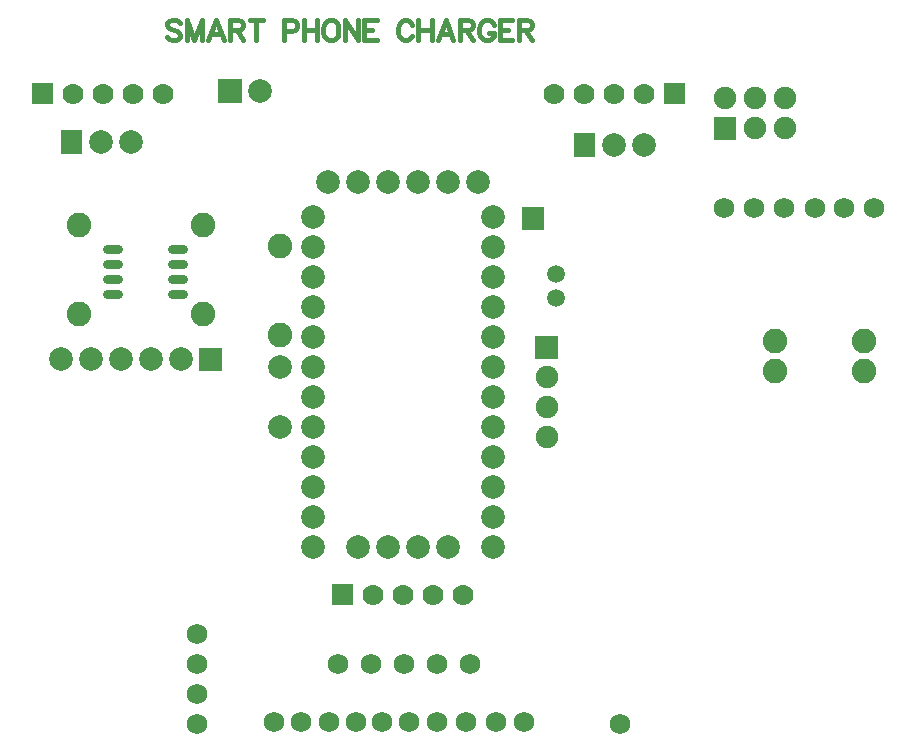
<source format=gts>
G04 Layer: TopSolderMaskLayer*
G04 EasyEDA v6.3.53, 2020-06-25T17:48:37+01:00*
G04 4783db3a652f4b8084220859a28b68e3,923baca5ebdd4fbabfdc1fadd1ffc098,10*
G04 Gerber Generator version 0.2*
G04 Scale: 100 percent, Rotated: No, Reflected: No *
G04 Dimensions in inches *
G04 leading zeros omitted , absolute positions ,2 integer and 4 decimal *
%FSLAX24Y24*%
%MOIN*%
G90*
G70D02*

%ADD12C,0.015000*%
%ADD32C,0.031622*%
%ADD33C,0.068000*%
%ADD34C,0.070000*%
%ADD37C,0.078866*%
%ADD39C,0.074929*%
%ADD40C,0.059181*%
%ADD41C,0.082000*%

%LPD*%
G54D32*
G01X6618Y16029D02*
G01X6981Y16029D01*
G01X6618Y16529D02*
G01X6981Y16529D01*
G01X6618Y17029D02*
G01X6981Y17029D01*
G01X6618Y17529D02*
G01X6981Y17529D01*
G01X4461Y16029D02*
G01X4823Y16029D01*
G01X4461Y16529D02*
G01X4823Y16529D01*
G01X4461Y17029D02*
G01X4823Y17029D01*
G01X4461Y17529D02*
G01X4823Y17529D01*
G54D12*
G01X6894Y25061D02*
G01X6831Y25125D01*
G01X6735Y25155D01*
G01X6609Y25155D01*
G01X6514Y25125D01*
G01X6450Y25061D01*
G01X6450Y24996D01*
G01X6481Y24934D01*
G01X6514Y24902D01*
G01X6577Y24869D01*
G01X6768Y24805D01*
G01X6831Y24775D01*
G01X6864Y24742D01*
G01X6894Y24678D01*
G01X6894Y24584D01*
G01X6831Y24519D01*
G01X6735Y24488D01*
G01X6609Y24488D01*
G01X6514Y24519D01*
G01X6450Y24584D01*
G01X7105Y25155D02*
G01X7105Y24488D01*
G01X7105Y25155D02*
G01X7360Y24488D01*
G01X7614Y25155D02*
G01X7360Y24488D01*
G01X7614Y25155D02*
G01X7614Y24488D01*
G01X8078Y25155D02*
G01X7825Y24488D01*
G01X8078Y25155D02*
G01X8334Y24488D01*
G01X7919Y24711D02*
G01X8238Y24711D01*
G01X8543Y25155D02*
G01X8543Y24488D01*
G01X8543Y25155D02*
G01X8830Y25155D01*
G01X8925Y25125D01*
G01X8956Y25092D01*
G01X8989Y25028D01*
G01X8989Y24965D01*
G01X8956Y24902D01*
G01X8925Y24869D01*
G01X8830Y24838D01*
G01X8543Y24838D01*
G01X8765Y24838D02*
G01X8989Y24488D01*
G01X9422Y25155D02*
G01X9422Y24488D01*
G01X9198Y25155D02*
G01X9644Y25155D01*
G01X10344Y25155D02*
G01X10344Y24488D01*
G01X10344Y25155D02*
G01X10631Y25155D01*
G01X10726Y25125D01*
G01X10757Y25092D01*
G01X10789Y25028D01*
G01X10789Y24934D01*
G01X10757Y24869D01*
G01X10726Y24838D01*
G01X10631Y24805D01*
G01X10344Y24805D01*
G01X11000Y25155D02*
G01X11000Y24488D01*
G01X11444Y25155D02*
G01X11444Y24488D01*
G01X11000Y24838D02*
G01X11444Y24838D01*
G01X11846Y25155D02*
G01X11782Y25125D01*
G01X11718Y25061D01*
G01X11686Y24996D01*
G01X11655Y24902D01*
G01X11655Y24742D01*
G01X11686Y24646D01*
G01X11718Y24584D01*
G01X11782Y24519D01*
G01X11846Y24488D01*
G01X11973Y24488D01*
G01X12036Y24519D01*
G01X12101Y24584D01*
G01X12132Y24646D01*
G01X12164Y24742D01*
G01X12164Y24902D01*
G01X12132Y24996D01*
G01X12101Y25061D01*
G01X12036Y25125D01*
G01X11973Y25155D01*
G01X11846Y25155D01*
G01X12375Y25155D02*
G01X12375Y24488D01*
G01X12375Y25155D02*
G01X12819Y24488D01*
G01X12819Y25155D02*
G01X12819Y24488D01*
G01X13030Y25155D02*
G01X13030Y24488D01*
G01X13030Y25155D02*
G01X13443Y25155D01*
G01X13030Y24838D02*
G01X13285Y24838D01*
G01X13030Y24488D02*
G01X13443Y24488D01*
G01X14621Y24996D02*
G01X14589Y25061D01*
G01X14525Y25125D01*
G01X14461Y25155D01*
G01X14335Y25155D01*
G01X14271Y25125D01*
G01X14206Y25061D01*
G01X14175Y24996D01*
G01X14143Y24902D01*
G01X14143Y24742D01*
G01X14175Y24646D01*
G01X14206Y24584D01*
G01X14271Y24519D01*
G01X14335Y24488D01*
G01X14461Y24488D01*
G01X14525Y24519D01*
G01X14589Y24584D01*
G01X14621Y24646D01*
G01X14831Y25155D02*
G01X14831Y24488D01*
G01X15276Y25155D02*
G01X15276Y24488D01*
G01X14831Y24838D02*
G01X15276Y24838D01*
G01X15740Y25155D02*
G01X15485Y24488D01*
G01X15740Y25155D02*
G01X15994Y24488D01*
G01X15581Y24711D02*
G01X15900Y24711D01*
G01X16205Y25155D02*
G01X16205Y24488D01*
G01X16205Y25155D02*
G01X16492Y25155D01*
G01X16586Y25125D01*
G01X16618Y25092D01*
G01X16651Y25028D01*
G01X16651Y24965D01*
G01X16618Y24902D01*
G01X16586Y24869D01*
G01X16492Y24838D01*
G01X16205Y24838D01*
G01X16427Y24838D02*
G01X16651Y24488D01*
G01X17338Y24996D02*
G01X17306Y25061D01*
G01X17243Y25125D01*
G01X17178Y25155D01*
G01X17052Y25155D01*
G01X16988Y25125D01*
G01X16925Y25061D01*
G01X16893Y24996D01*
G01X16860Y24902D01*
G01X16860Y24742D01*
G01X16893Y24646D01*
G01X16925Y24584D01*
G01X16988Y24519D01*
G01X17052Y24488D01*
G01X17178Y24488D01*
G01X17243Y24519D01*
G01X17306Y24584D01*
G01X17338Y24646D01*
G01X17338Y24742D01*
G01X17178Y24742D02*
G01X17338Y24742D01*
G01X17547Y25155D02*
G01X17547Y24488D01*
G01X17547Y25155D02*
G01X17961Y25155D01*
G01X17547Y24838D02*
G01X17802Y24838D01*
G01X17547Y24488D02*
G01X17961Y24488D01*
G01X18172Y25155D02*
G01X18172Y24488D01*
G01X18172Y25155D02*
G01X18457Y25155D01*
G01X18553Y25125D01*
G01X18585Y25092D01*
G01X18617Y25028D01*
G01X18617Y24965D01*
G01X18585Y24902D01*
G01X18553Y24869D01*
G01X18457Y24838D01*
G01X18172Y24838D01*
G01X18394Y24838D02*
G01X18617Y24488D01*
G54D33*
G01X16550Y3700D03*
G01X15450Y3700D03*
G01X14350Y3700D03*
G01X13250Y3700D03*
G01X12150Y3700D03*
G01X11850Y1750D03*
G01X12750Y1750D03*
G01X13600Y1750D03*
G01X14500Y1750D03*
G01X15450Y1750D03*
G01X10900Y1750D03*
G01X10000Y1750D03*
G01X18350Y1750D03*
G01X17411Y1750D03*
G01X16400Y1750D03*
G01X21550Y1700D03*
G01X25000Y18900D03*
G01X26000Y18900D03*
G01X27000Y18900D03*
G01X28050Y18900D03*
G01X29000Y18900D03*
G01X30000Y18900D03*
G54D34*
G01X6300Y22700D03*
G01X5300Y22700D03*
G01X4300Y22700D03*
G01X3300Y22700D03*
G36*
G01X1950Y22350D02*
G01X1950Y23050D01*
G01X2650Y23050D01*
G01X2650Y22350D01*
G01X1950Y22350D01*
G37*
G01X16300Y6000D03*
G01X15300Y6000D03*
G01X14300Y6000D03*
G01X13300Y6000D03*
G36*
G01X11950Y5650D02*
G01X11950Y6350D01*
G01X12650Y6350D01*
G01X12650Y5650D01*
G01X11950Y5650D01*
G37*
G01X19350Y22700D03*
G01X20350Y22700D03*
G01X21350Y22700D03*
G01X22350Y22700D03*
G36*
G01X23000Y22350D02*
G01X23000Y23050D01*
G01X23700Y23050D01*
G01X23700Y22350D01*
G01X23000Y22350D01*
G37*
G36*
G01X18275Y18175D02*
G01X18275Y18925D01*
G01X19025Y18925D01*
G01X19025Y18175D01*
G01X18275Y18175D01*
G37*
G54D37*
G01X2900Y13850D03*
G01X3900Y13850D03*
G01X4900Y13850D03*
G01X5900Y13850D03*
G01X6900Y13850D03*
G36*
G01X7506Y13455D02*
G01X7506Y14244D01*
G01X8293Y14244D01*
G01X8293Y13455D01*
G01X7506Y13455D01*
G37*
G54D33*
G01X7450Y3700D03*
G01X7450Y4700D03*
G01X7450Y2700D03*
G01X7450Y1700D03*
G54D39*
G01X27050Y22550D03*
G01X27050Y21550D03*
G01X26050Y22550D03*
G01X26050Y21550D03*
G01X25050Y22550D03*
G36*
G01X24675Y21175D02*
G01X24675Y21925D01*
G01X25425Y21925D01*
G01X25425Y21175D01*
G01X24675Y21175D01*
G37*
G54D40*
G01X19400Y15906D03*
G01X19400Y16693D03*
G54D37*
G01X10200Y13600D03*
G01X10200Y11600D03*
G54D41*
G01X10200Y14673D03*
G01X10200Y17626D03*
G01X3500Y18326D03*
G01X3500Y15373D03*
G01X7650Y18326D03*
G01X7650Y15373D03*
G54D37*
G01X5250Y21100D03*
G01X4250Y21100D03*
G36*
G01X2900Y20705D02*
G01X2900Y21494D01*
G01X3600Y21494D01*
G01X3600Y20705D01*
G01X2900Y20705D01*
G37*
G01X22350Y21000D03*
G01X21350Y21000D03*
G36*
G01X20000Y20605D02*
G01X20000Y21394D01*
G01X20700Y21394D01*
G01X20700Y20605D01*
G01X20000Y20605D01*
G37*
G36*
G01X18725Y13875D02*
G01X18725Y14625D01*
G01X19475Y14625D01*
G01X19475Y13875D01*
G01X18725Y13875D01*
G37*
G54D39*
G01X19100Y13250D03*
G01X19100Y12250D03*
G01X19100Y11250D03*
G54D41*
G01X26723Y14450D03*
G01X29676Y14450D03*
G54D37*
G01X11300Y18600D03*
G01X17300Y18600D03*
G01X11300Y17600D03*
G01X11300Y16600D03*
G01X11300Y15600D03*
G01X11300Y14600D03*
G01X11300Y13600D03*
G01X11300Y12600D03*
G01X11300Y11600D03*
G01X11300Y10600D03*
G01X11300Y9600D03*
G01X11300Y8600D03*
G01X11300Y7600D03*
G01X17300Y17600D03*
G01X17300Y16600D03*
G01X17300Y15600D03*
G01X17300Y14600D03*
G01X17300Y13600D03*
G01X17300Y12600D03*
G01X17300Y11600D03*
G01X17300Y10600D03*
G01X17300Y9600D03*
G01X17300Y8600D03*
G01X17300Y7600D03*
G01X16800Y19750D03*
G01X15800Y19750D03*
G01X14800Y19750D03*
G01X13800Y19750D03*
G01X12800Y19750D03*
G01X11800Y19750D03*
G01X13800Y7600D03*
G01X14800Y7600D03*
G01X15800Y7600D03*
G01X12800Y7600D03*
G54D41*
G01X29676Y13450D03*
G01X26723Y13450D03*
G54D37*
G01X9550Y22800D03*
G36*
G01X8156Y22405D02*
G01X8156Y23194D01*
G01X8943Y23194D01*
G01X8943Y22405D01*
G01X8156Y22405D01*
G37*
M00*
M02*

</source>
